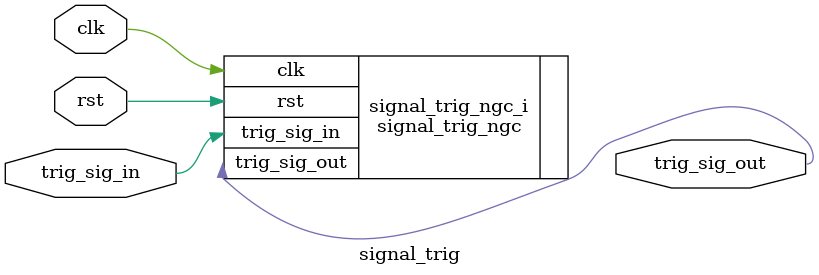
<source format=v>
`timescale 1ns / 1ps


module signal_trig (
    input                       clk,            // clock
    input                       rst,            // reset

    input                       trig_sig_in,
    output                      trig_sig_out
  );

  signal_trig_ngc signal_trig_ngc_i (
    .clk(clk),
    .rst(rst),
    .trig_sig_in(trig_sig_in),
    .trig_sig_out(trig_sig_out)
  );
      
endmodule
</source>
